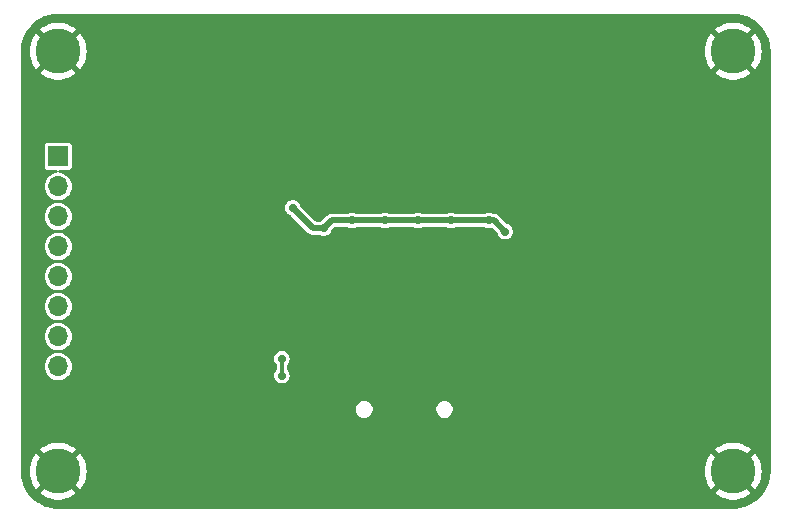
<source format=gbr>
%TF.GenerationSoftware,KiCad,Pcbnew,7.0.6*%
%TF.CreationDate,2024-07-23T19:19:19+03:00*%
%TF.ProjectId,bus_input_card,6275735f-696e-4707-9574-5f636172642e,rev?*%
%TF.SameCoordinates,Original*%
%TF.FileFunction,Copper,L2,Bot*%
%TF.FilePolarity,Positive*%
%FSLAX46Y46*%
G04 Gerber Fmt 4.6, Leading zero omitted, Abs format (unit mm)*
G04 Created by KiCad (PCBNEW 7.0.6) date 2024-07-23 19:19:19*
%MOMM*%
%LPD*%
G01*
G04 APERTURE LIST*
%TA.AperFunction,ComponentPad*%
%ADD10R,1.700000X1.700000*%
%TD*%
%TA.AperFunction,ComponentPad*%
%ADD11O,1.700000X1.700000*%
%TD*%
%TA.AperFunction,ComponentPad*%
%ADD12C,3.800000*%
%TD*%
%TA.AperFunction,ViaPad*%
%ADD13C,0.800000*%
%TD*%
%TA.AperFunction,ViaPad*%
%ADD14C,0.700000*%
%TD*%
%TA.AperFunction,Conductor*%
%ADD15C,0.500000*%
%TD*%
%TA.AperFunction,Conductor*%
%ADD16C,0.300000*%
%TD*%
G04 APERTURE END LIST*
D10*
%TO.P,J2,1,Pin_1*%
%TO.N,Net-(D9-A)*%
X120387374Y-86588875D03*
D11*
%TO.P,J2,2,Pin_2*%
%TO.N,Net-(D8-A)*%
X120387374Y-89128875D03*
%TO.P,J2,3,Pin_3*%
%TO.N,Net-(D7-A)*%
X120387374Y-91668875D03*
%TO.P,J2,4,Pin_4*%
%TO.N,Net-(D6-A)*%
X120387374Y-94208875D03*
%TO.P,J2,5,Pin_5*%
%TO.N,Net-(D5-A)*%
X120387374Y-96748875D03*
%TO.P,J2,6,Pin_6*%
%TO.N,Net-(D4-A)*%
X120387374Y-99288875D03*
%TO.P,J2,7,Pin_7*%
%TO.N,Net-(D3-A)*%
X120387374Y-101828875D03*
%TO.P,J2,8,Pin_8*%
%TO.N,Net-(D2-A)*%
X120387374Y-104368875D03*
%TD*%
D12*
%TO.P,H2,1,1*%
%TO.N,GND*%
X120374451Y-113243875D03*
%TD*%
%TO.P,H1,1,1*%
%TO.N,GND*%
X120374451Y-77683875D03*
%TD*%
%TO.P,H4,1,1*%
%TO.N,GND*%
X177524451Y-113243875D03*
%TD*%
%TO.P,H3,1,1*%
%TO.N,GND*%
X177524451Y-77683875D03*
%TD*%
D13*
%TO.N,GND*%
X126927651Y-83393875D03*
D14*
X143340802Y-105670870D03*
D13*
X126927651Y-97191075D03*
D14*
X165332451Y-96479875D03*
X146371351Y-81830500D03*
X172698451Y-92720675D03*
D13*
X126927651Y-86842446D03*
X126927651Y-93739588D03*
X126927651Y-100594675D03*
X126927651Y-90291017D03*
D14*
X173714451Y-87183475D03*
X148894800Y-81830500D03*
X155194000Y-101142800D03*
X169574251Y-101229675D03*
X152704800Y-81830500D03*
D13*
X126927651Y-103541075D03*
X126927651Y-106258875D03*
D14*
X151434800Y-81830500D03*
X168634451Y-87894675D03*
X145561963Y-101315163D03*
X169244051Y-85938875D03*
X147624800Y-81830500D03*
X169629900Y-89699480D03*
X172647651Y-98232475D03*
X150164800Y-81830500D03*
X153974800Y-81830500D03*
X154228800Y-101752400D03*
X145101351Y-81830500D03*
%TO.N,VCC*%
X148056600Y-92009475D03*
X158220451Y-92949275D03*
X142872761Y-92665707D03*
X140245100Y-90942675D03*
X145266451Y-92009475D03*
X156870400Y-92009475D03*
X150850600Y-92005624D03*
X153644600Y-92005624D03*
%TO.N,Net-(D2-A)*%
X139328419Y-105148113D03*
X139328419Y-103712037D03*
%TD*%
D15*
%TO.N,VCC*%
X156870400Y-92009475D02*
X157280651Y-92009475D01*
X157280651Y-92009475D02*
X158220451Y-92949275D01*
X143528993Y-92009475D02*
X142872761Y-92665707D01*
X147425451Y-92009475D02*
X145266451Y-92009475D01*
X145266451Y-92009475D02*
X143528993Y-92009475D01*
X147425451Y-92009475D02*
X156870400Y-92009475D01*
X148035051Y-92009475D02*
X147425451Y-92009475D01*
X141968132Y-92665707D02*
X142872761Y-92665707D01*
X140245100Y-90942675D02*
X141968132Y-92665707D01*
D16*
%TO.N,Net-(D2-A)*%
X139327972Y-103712037D02*
X139327972Y-105147666D01*
%TD*%
%TA.AperFunction,Conductor*%
%TO.N,GND*%
G36*
X177596048Y-74513203D02*
G01*
X177599090Y-74513285D01*
X177650852Y-74515997D01*
X177705448Y-74519073D01*
X177861147Y-74527848D01*
X177867350Y-74528513D01*
X178018752Y-74552490D01*
X178201121Y-74583474D01*
X178206759Y-74584706D01*
X178362325Y-74626388D01*
X178532985Y-74675552D01*
X178538028Y-74677243D01*
X178691515Y-74736158D01*
X178852950Y-74803024D01*
X178857348Y-74805052D01*
X179005461Y-74880516D01*
X179157228Y-74964393D01*
X179160979Y-74966644D01*
X179301318Y-75057779D01*
X179442257Y-75157778D01*
X179445357Y-75160129D01*
X179574784Y-75264934D01*
X179577052Y-75266864D01*
X179704694Y-75380929D01*
X179707221Y-75383319D01*
X179825038Y-75501132D01*
X179827417Y-75503649D01*
X179941479Y-75631281D01*
X179943423Y-75633565D01*
X180048210Y-75762966D01*
X180050592Y-75766106D01*
X180150579Y-75907020D01*
X180241711Y-76047348D01*
X180243978Y-76051126D01*
X180327853Y-76202882D01*
X180403311Y-76350975D01*
X180405350Y-76355397D01*
X180472218Y-76516826D01*
X180531131Y-76670298D01*
X180532826Y-76675354D01*
X180581991Y-76846002D01*
X180623676Y-77001567D01*
X180624913Y-77007230D01*
X180655897Y-77189572D01*
X180679872Y-77340938D01*
X180680538Y-77347164D01*
X180693071Y-77570287D01*
X180698866Y-77680841D01*
X180698951Y-77684087D01*
X180698951Y-113242252D01*
X180698866Y-113245497D01*
X180691835Y-113379663D01*
X180680621Y-113579624D01*
X180679955Y-113585855D01*
X180654468Y-113746774D01*
X180625123Y-113919495D01*
X180623885Y-113925160D01*
X180580579Y-114086785D01*
X180533174Y-114251327D01*
X180531479Y-114256383D01*
X180470818Y-114414413D01*
X180405865Y-114571224D01*
X180403827Y-114575647D01*
X180326477Y-114727456D01*
X180244680Y-114875454D01*
X180242413Y-114879232D01*
X180149238Y-115022707D01*
X180051518Y-115160430D01*
X180049135Y-115163571D01*
X179942109Y-115295737D01*
X179940156Y-115298033D01*
X179828634Y-115422826D01*
X179826244Y-115425354D01*
X179705946Y-115545651D01*
X179703418Y-115548041D01*
X179578588Y-115659595D01*
X179576292Y-115661549D01*
X179444160Y-115768546D01*
X179441019Y-115770928D01*
X179303281Y-115868657D01*
X179159794Y-115961835D01*
X179156016Y-115964102D01*
X179008039Y-116045885D01*
X178856233Y-116123232D01*
X178851811Y-116125270D01*
X178694984Y-116190230D01*
X178536964Y-116250886D01*
X178531906Y-116252582D01*
X178367342Y-116299990D01*
X178205740Y-116343289D01*
X178200075Y-116344526D01*
X178027287Y-116373882D01*
X177866425Y-116399357D01*
X177860198Y-116400023D01*
X177664068Y-116411036D01*
X177525610Y-116418290D01*
X177522366Y-116418375D01*
X120376076Y-116418375D01*
X120372830Y-116418290D01*
X120233288Y-116410974D01*
X120039173Y-116400110D01*
X120032935Y-116399443D01*
X119867163Y-116373186D01*
X119699347Y-116344669D01*
X119693683Y-116343432D01*
X119528969Y-116299294D01*
X119428117Y-116270238D01*
X119367548Y-116252787D01*
X119362509Y-116251097D01*
X119306399Y-116229558D01*
X119202157Y-116189541D01*
X119047684Y-116125553D01*
X119043261Y-116123515D01*
X118889575Y-116045206D01*
X118743481Y-115964460D01*
X118739724Y-115962205D01*
X118638613Y-115896541D01*
X118594631Y-115867978D01*
X118458539Y-115771413D01*
X118455398Y-115769030D01*
X118321836Y-115660870D01*
X118319540Y-115658917D01*
X118196172Y-115548667D01*
X118193645Y-115546277D01*
X118072075Y-115424705D01*
X118069685Y-115422177D01*
X117959426Y-115298793D01*
X117957473Y-115296498D01*
X117849325Y-115162945D01*
X117846951Y-115159815D01*
X117801364Y-115095564D01*
X117750373Y-115023697D01*
X117719225Y-114975733D01*
X117656138Y-114878585D01*
X117653910Y-114874870D01*
X117573156Y-114728753D01*
X117572495Y-114727456D01*
X117494843Y-114575052D01*
X117492824Y-114570672D01*
X117428840Y-114416199D01*
X117367274Y-114255810D01*
X117365589Y-114250784D01*
X117319098Y-114089407D01*
X117274949Y-113924635D01*
X117273716Y-113918993D01*
X117245201Y-113751164D01*
X117218940Y-113585350D01*
X117218276Y-113579134D01*
X117208041Y-113396862D01*
X117200036Y-113244076D01*
X117200031Y-113243880D01*
X117969706Y-113243880D01*
X117988666Y-113545258D01*
X117988667Y-113545265D01*
X118045256Y-113841915D01*
X118138576Y-114129122D01*
X118138578Y-114129127D01*
X118267155Y-114402366D01*
X118267158Y-114402372D01*
X118428964Y-114657339D01*
X118509763Y-114755008D01*
X119438662Y-113826110D01*
X119539345Y-113967499D01*
X119691383Y-114112467D01*
X119793673Y-114178204D01*
X118861015Y-115110861D01*
X119085925Y-115274268D01*
X119085936Y-115274275D01*
X119350560Y-115419753D01*
X119350568Y-115419757D01*
X119631340Y-115530922D01*
X119631343Y-115530923D01*
X119923850Y-115606025D01*
X120223446Y-115643874D01*
X120223458Y-115643875D01*
X120525444Y-115643875D01*
X120525455Y-115643874D01*
X120825051Y-115606025D01*
X121117558Y-115530923D01*
X121117561Y-115530922D01*
X121398333Y-115419757D01*
X121398341Y-115419753D01*
X121662965Y-115274275D01*
X121662976Y-115274268D01*
X121887884Y-115110861D01*
X121887885Y-115110861D01*
X120957757Y-114180734D01*
X120971861Y-114173464D01*
X121136991Y-114043604D01*
X121274561Y-113884840D01*
X121309116Y-113824987D01*
X122239137Y-114755008D01*
X122319934Y-114657344D01*
X122481743Y-114402372D01*
X122481746Y-114402366D01*
X122610323Y-114129127D01*
X122610325Y-114129122D01*
X122703645Y-113841915D01*
X122760234Y-113545265D01*
X122760235Y-113545258D01*
X122779196Y-113243880D01*
X175119706Y-113243880D01*
X175138666Y-113545258D01*
X175138667Y-113545265D01*
X175195256Y-113841915D01*
X175288576Y-114129122D01*
X175288578Y-114129127D01*
X175417155Y-114402366D01*
X175417158Y-114402372D01*
X175578964Y-114657339D01*
X175659763Y-114755008D01*
X176588662Y-113826110D01*
X176689345Y-113967499D01*
X176841383Y-114112467D01*
X176943673Y-114178204D01*
X176011015Y-115110861D01*
X176235925Y-115274268D01*
X176235936Y-115274275D01*
X176500560Y-115419753D01*
X176500568Y-115419757D01*
X176781340Y-115530922D01*
X176781343Y-115530923D01*
X177073850Y-115606025D01*
X177373446Y-115643874D01*
X177373458Y-115643875D01*
X177675444Y-115643875D01*
X177675455Y-115643874D01*
X177975051Y-115606025D01*
X178267558Y-115530923D01*
X178267561Y-115530922D01*
X178548333Y-115419757D01*
X178548341Y-115419753D01*
X178812965Y-115274275D01*
X178812976Y-115274268D01*
X179037884Y-115110861D01*
X179037885Y-115110861D01*
X178107757Y-114180734D01*
X178121861Y-114173464D01*
X178286991Y-114043604D01*
X178424561Y-113884840D01*
X178459116Y-113824987D01*
X179389137Y-114755008D01*
X179469934Y-114657344D01*
X179631743Y-114402372D01*
X179631746Y-114402366D01*
X179760323Y-114129127D01*
X179760325Y-114129122D01*
X179853645Y-113841915D01*
X179910234Y-113545265D01*
X179910235Y-113545258D01*
X179929196Y-113243880D01*
X179929196Y-113243869D01*
X179910235Y-112942491D01*
X179910234Y-112942484D01*
X179853645Y-112645834D01*
X179760325Y-112358627D01*
X179760323Y-112358622D01*
X179631746Y-112085383D01*
X179631743Y-112085377D01*
X179469937Y-111830410D01*
X179389136Y-111732739D01*
X178460238Y-112661637D01*
X178359557Y-112520251D01*
X178207519Y-112375283D01*
X178105228Y-112309544D01*
X179037885Y-111376887D01*
X178812981Y-111213484D01*
X178812971Y-111213477D01*
X178548341Y-111067996D01*
X178548333Y-111067992D01*
X178267561Y-110956827D01*
X178267558Y-110956826D01*
X177975051Y-110881724D01*
X177675455Y-110843875D01*
X177373446Y-110843875D01*
X177073850Y-110881724D01*
X176781343Y-110956826D01*
X176781340Y-110956827D01*
X176500568Y-111067992D01*
X176500560Y-111067996D01*
X176235930Y-111213477D01*
X176235912Y-111213489D01*
X176011016Y-111376885D01*
X176011015Y-111376887D01*
X176941144Y-112307015D01*
X176927041Y-112314286D01*
X176761911Y-112444146D01*
X176624341Y-112602910D01*
X176589785Y-112662761D01*
X175659763Y-111732739D01*
X175578967Y-111830405D01*
X175417158Y-112085377D01*
X175417155Y-112085383D01*
X175288578Y-112358622D01*
X175288576Y-112358627D01*
X175195256Y-112645834D01*
X175138667Y-112942484D01*
X175138666Y-112942491D01*
X175119706Y-113243869D01*
X175119706Y-113243880D01*
X122779196Y-113243880D01*
X122779196Y-113243869D01*
X122760235Y-112942491D01*
X122760234Y-112942484D01*
X122703645Y-112645834D01*
X122610325Y-112358627D01*
X122610323Y-112358622D01*
X122481746Y-112085383D01*
X122481743Y-112085377D01*
X122319937Y-111830410D01*
X122239136Y-111732739D01*
X121310238Y-112661638D01*
X121209557Y-112520251D01*
X121057519Y-112375283D01*
X120955228Y-112309544D01*
X121887885Y-111376887D01*
X121662981Y-111213484D01*
X121662971Y-111213477D01*
X121398341Y-111067996D01*
X121398333Y-111067992D01*
X121117561Y-110956827D01*
X121117558Y-110956826D01*
X120825051Y-110881724D01*
X120525455Y-110843875D01*
X120223446Y-110843875D01*
X119923850Y-110881724D01*
X119631343Y-110956826D01*
X119631340Y-110956827D01*
X119350568Y-111067992D01*
X119350560Y-111067996D01*
X119085930Y-111213477D01*
X119085912Y-111213489D01*
X118861016Y-111376885D01*
X118861015Y-111376887D01*
X119791144Y-112307015D01*
X119777041Y-112314286D01*
X119611911Y-112444146D01*
X119474341Y-112602910D01*
X119439785Y-112662761D01*
X118509763Y-111732739D01*
X118428967Y-111830405D01*
X118267158Y-112085377D01*
X118267155Y-112085383D01*
X118138578Y-112358622D01*
X118138576Y-112358627D01*
X118045256Y-112645834D01*
X117988667Y-112942484D01*
X117988666Y-112942491D01*
X117969706Y-113243869D01*
X117969706Y-113243880D01*
X117200031Y-113243880D01*
X117199951Y-113240832D01*
X117199951Y-108095480D01*
X145578744Y-108095480D01*
X145620034Y-108263003D01*
X145620035Y-108263006D01*
X145620036Y-108263007D01*
X145700220Y-108415784D01*
X145814635Y-108544933D01*
X145956630Y-108642945D01*
X145956631Y-108642945D01*
X145956633Y-108642947D01*
X146117960Y-108704130D01*
X146117961Y-108704131D01*
X146246265Y-108719710D01*
X146246269Y-108719710D01*
X146332223Y-108719710D01*
X146434865Y-108707246D01*
X146460527Y-108704131D01*
X146621855Y-108642947D01*
X146763853Y-108544933D01*
X146878268Y-108415784D01*
X146958452Y-108263007D01*
X146999744Y-108095480D01*
X152378744Y-108095480D01*
X152420034Y-108263003D01*
X152420035Y-108263006D01*
X152420036Y-108263007D01*
X152500220Y-108415784D01*
X152614635Y-108544933D01*
X152756630Y-108642945D01*
X152756631Y-108642945D01*
X152756633Y-108642947D01*
X152917960Y-108704130D01*
X152917961Y-108704131D01*
X153046265Y-108719710D01*
X153046269Y-108719710D01*
X153132223Y-108719710D01*
X153234865Y-108707246D01*
X153260527Y-108704131D01*
X153421855Y-108642947D01*
X153563853Y-108544933D01*
X153678268Y-108415784D01*
X153758452Y-108263007D01*
X153799744Y-108095480D01*
X153799744Y-107922940D01*
X153758452Y-107755413D01*
X153678268Y-107602636D01*
X153563853Y-107473487D01*
X153421856Y-107375474D01*
X153421858Y-107375474D01*
X153260526Y-107314288D01*
X153132223Y-107298710D01*
X153132219Y-107298710D01*
X153046269Y-107298710D01*
X153046265Y-107298710D01*
X152917961Y-107314288D01*
X152756630Y-107375474D01*
X152614636Y-107473486D01*
X152500220Y-107602635D01*
X152420034Y-107755416D01*
X152378744Y-107922939D01*
X152378744Y-108095480D01*
X146999744Y-108095480D01*
X146999744Y-107922940D01*
X146958452Y-107755413D01*
X146878268Y-107602636D01*
X146763853Y-107473487D01*
X146621856Y-107375474D01*
X146621858Y-107375474D01*
X146460526Y-107314288D01*
X146332223Y-107298710D01*
X146332219Y-107298710D01*
X146246269Y-107298710D01*
X146246265Y-107298710D01*
X146117961Y-107314288D01*
X145956630Y-107375474D01*
X145814636Y-107473486D01*
X145700220Y-107602635D01*
X145620034Y-107755416D01*
X145578744Y-107922939D01*
X145578744Y-108095480D01*
X117199951Y-108095480D01*
X117199951Y-104368875D01*
X119231945Y-104368875D01*
X119251618Y-104581185D01*
X119309970Y-104786267D01*
X119309970Y-104786269D01*
X119405006Y-104977128D01*
X119405008Y-104977130D01*
X119533502Y-105147282D01*
X119691072Y-105290927D01*
X119872355Y-105403173D01*
X120071176Y-105480196D01*
X120280764Y-105519375D01*
X120280766Y-105519375D01*
X120493982Y-105519375D01*
X120493984Y-105519375D01*
X120703572Y-105480196D01*
X120902393Y-105403173D01*
X121083676Y-105290927D01*
X121240334Y-105148113D01*
X138673141Y-105148113D01*
X138692181Y-105304931D01*
X138729440Y-105403173D01*
X138748199Y-105452636D01*
X138837936Y-105582643D01*
X138956179Y-105687396D01*
X138956181Y-105687397D01*
X139096053Y-105760809D01*
X139249433Y-105798613D01*
X139249434Y-105798613D01*
X139407404Y-105798613D01*
X139560784Y-105760809D01*
X139700659Y-105687396D01*
X139818902Y-105582643D01*
X139908639Y-105452636D01*
X139964656Y-105304931D01*
X139983697Y-105148113D01*
X139964656Y-104991295D01*
X139908639Y-104843590D01*
X139818902Y-104713583D01*
X139818898Y-104713579D01*
X139813928Y-104707969D01*
X139815244Y-104706802D01*
X139783117Y-104655578D01*
X139778472Y-104621957D01*
X139778472Y-104238192D01*
X139798157Y-104171153D01*
X139814204Y-104152427D01*
X139813928Y-104152182D01*
X139818900Y-104146569D01*
X139818900Y-104146568D01*
X139818902Y-104146567D01*
X139908639Y-104016560D01*
X139964656Y-103868855D01*
X139983697Y-103712037D01*
X139964656Y-103555219D01*
X139908639Y-103407514D01*
X139818902Y-103277507D01*
X139700659Y-103172754D01*
X139700657Y-103172753D01*
X139700656Y-103172752D01*
X139560784Y-103099340D01*
X139407405Y-103061537D01*
X139407404Y-103061537D01*
X139249434Y-103061537D01*
X139249433Y-103061537D01*
X139096053Y-103099340D01*
X138956181Y-103172752D01*
X138837935Y-103277508D01*
X138748200Y-103407512D01*
X138748199Y-103407513D01*
X138692181Y-103555218D01*
X138673141Y-103712036D01*
X138673141Y-103712037D01*
X138692181Y-103868855D01*
X138748199Y-104016560D01*
X138748200Y-104016561D01*
X138837937Y-104146569D01*
X138842910Y-104152182D01*
X138841335Y-104153576D01*
X138872821Y-104203759D01*
X138877472Y-104237400D01*
X138877472Y-104622749D01*
X138857787Y-104689788D01*
X138842511Y-104707616D01*
X138842910Y-104707969D01*
X138837934Y-104713585D01*
X138748200Y-104843588D01*
X138748199Y-104843589D01*
X138692181Y-104991294D01*
X138673141Y-105148112D01*
X138673141Y-105148113D01*
X121240334Y-105148113D01*
X121241246Y-105147282D01*
X121369740Y-104977130D01*
X121369741Y-104977128D01*
X121464777Y-104786269D01*
X121464777Y-104786268D01*
X121464779Y-104786264D01*
X121523130Y-104581185D01*
X121542803Y-104368875D01*
X121523130Y-104156565D01*
X121464779Y-103951486D01*
X121464777Y-103951481D01*
X121464777Y-103951480D01*
X121369741Y-103760621D01*
X121241246Y-103590468D01*
X121202579Y-103555218D01*
X121083676Y-103446823D01*
X120902393Y-103334577D01*
X120902391Y-103334576D01*
X120802982Y-103296065D01*
X120703572Y-103257554D01*
X120506759Y-103220763D01*
X120444480Y-103189096D01*
X120409207Y-103128783D01*
X120412141Y-103058975D01*
X120452350Y-103001835D01*
X120506758Y-102976986D01*
X120703572Y-102940196D01*
X120902393Y-102863173D01*
X121083676Y-102750927D01*
X121241246Y-102607282D01*
X121369740Y-102437130D01*
X121464779Y-102246264D01*
X121523130Y-102041185D01*
X121542803Y-101828875D01*
X121523130Y-101616565D01*
X121464779Y-101411486D01*
X121464777Y-101411481D01*
X121464777Y-101411480D01*
X121369741Y-101220621D01*
X121241246Y-101050468D01*
X121083676Y-100906823D01*
X120902393Y-100794577D01*
X120902391Y-100794576D01*
X120802982Y-100756065D01*
X120703572Y-100717554D01*
X120506759Y-100680763D01*
X120444480Y-100649096D01*
X120409207Y-100588783D01*
X120412141Y-100518975D01*
X120452350Y-100461835D01*
X120506758Y-100436986D01*
X120703572Y-100400196D01*
X120902393Y-100323173D01*
X121083676Y-100210927D01*
X121241246Y-100067282D01*
X121369740Y-99897130D01*
X121464779Y-99706264D01*
X121523130Y-99501185D01*
X121542803Y-99288875D01*
X121523130Y-99076565D01*
X121464779Y-98871486D01*
X121464777Y-98871481D01*
X121464777Y-98871480D01*
X121369741Y-98680621D01*
X121241246Y-98510468D01*
X121241245Y-98510468D01*
X121083676Y-98366823D01*
X120902393Y-98254577D01*
X120902391Y-98254576D01*
X120802982Y-98216065D01*
X120703572Y-98177554D01*
X120506759Y-98140763D01*
X120444480Y-98109096D01*
X120409207Y-98048783D01*
X120412141Y-97978975D01*
X120452350Y-97921835D01*
X120506758Y-97896986D01*
X120703572Y-97860196D01*
X120902393Y-97783173D01*
X121083676Y-97670927D01*
X121241246Y-97527282D01*
X121369740Y-97357130D01*
X121464779Y-97166264D01*
X121523130Y-96961185D01*
X121542803Y-96748875D01*
X121523130Y-96536565D01*
X121464779Y-96331486D01*
X121464777Y-96331481D01*
X121464777Y-96331480D01*
X121369741Y-96140621D01*
X121241246Y-95970468D01*
X121241245Y-95970467D01*
X121083676Y-95826823D01*
X120902393Y-95714577D01*
X120902391Y-95714576D01*
X120802982Y-95676065D01*
X120703572Y-95637554D01*
X120506759Y-95600763D01*
X120444480Y-95569096D01*
X120409207Y-95508783D01*
X120412141Y-95438975D01*
X120452350Y-95381835D01*
X120506758Y-95356986D01*
X120703572Y-95320196D01*
X120902393Y-95243173D01*
X121083676Y-95130927D01*
X121241246Y-94987282D01*
X121369740Y-94817130D01*
X121464779Y-94626264D01*
X121523130Y-94421185D01*
X121542803Y-94208875D01*
X121523130Y-93996565D01*
X121464779Y-93791486D01*
X121464777Y-93791481D01*
X121464777Y-93791480D01*
X121369741Y-93600621D01*
X121241246Y-93430468D01*
X121115908Y-93316207D01*
X121083676Y-93286823D01*
X120902393Y-93174577D01*
X120902391Y-93174576D01*
X120729434Y-93107573D01*
X120703572Y-93097554D01*
X120506759Y-93060763D01*
X120444480Y-93029096D01*
X120409207Y-92968783D01*
X120412141Y-92898975D01*
X120452350Y-92841835D01*
X120506758Y-92816986D01*
X120703572Y-92780196D01*
X120902393Y-92703173D01*
X121083676Y-92590927D01*
X121241246Y-92447282D01*
X121369740Y-92277130D01*
X121369741Y-92277128D01*
X121464777Y-92086269D01*
X121464777Y-92086268D01*
X121464779Y-92086264D01*
X121523130Y-91881185D01*
X121542803Y-91668875D01*
X121523130Y-91456565D01*
X121464779Y-91251486D01*
X121464777Y-91251481D01*
X121464777Y-91251480D01*
X121369741Y-91060621D01*
X121280671Y-90942675D01*
X139589822Y-90942675D01*
X139608862Y-91099493D01*
X139664880Y-91247197D01*
X139664880Y-91247198D01*
X139754617Y-91377205D01*
X139872860Y-91481958D01*
X140012735Y-91555371D01*
X140067469Y-91568861D01*
X140125477Y-91601577D01*
X141572211Y-93048310D01*
X141617452Y-93096751D01*
X141635249Y-93107573D01*
X141655272Y-93119749D01*
X141660511Y-93123314D01*
X141695790Y-93150068D01*
X141712485Y-93156651D01*
X141731422Y-93166058D01*
X141746750Y-93175379D01*
X141789379Y-93187323D01*
X141795395Y-93189346D01*
X141836568Y-93205583D01*
X141854419Y-93207418D01*
X141875184Y-93211364D01*
X141892467Y-93216207D01*
X141936726Y-93216207D01*
X141943067Y-93216531D01*
X141987104Y-93221059D01*
X142004787Y-93218010D01*
X142025856Y-93216207D01*
X142491330Y-93216207D01*
X142548955Y-93230410D01*
X142640396Y-93278403D01*
X142717085Y-93297304D01*
X142793775Y-93316207D01*
X142793776Y-93316207D01*
X142951746Y-93316207D01*
X143105126Y-93278403D01*
X143152006Y-93253798D01*
X143245001Y-93204990D01*
X143363244Y-93100237D01*
X143452981Y-92970230D01*
X143508438Y-92824001D01*
X143536696Y-92780295D01*
X143720698Y-92596293D01*
X143782021Y-92562809D01*
X143808379Y-92559975D01*
X144885020Y-92559975D01*
X144942645Y-92574178D01*
X145034086Y-92622171D01*
X145092316Y-92636523D01*
X145187465Y-92659975D01*
X145187466Y-92659975D01*
X145345436Y-92659975D01*
X145498816Y-92622171D01*
X145590256Y-92574178D01*
X145647882Y-92559975D01*
X147349786Y-92559975D01*
X147675169Y-92559975D01*
X147732794Y-92574178D01*
X147824235Y-92622171D01*
X147882465Y-92636523D01*
X147977614Y-92659975D01*
X147977615Y-92659975D01*
X148135585Y-92659975D01*
X148288965Y-92622171D01*
X148380405Y-92574178D01*
X148438031Y-92559975D01*
X150476506Y-92559975D01*
X150534132Y-92574179D01*
X150618235Y-92618320D01*
X150692089Y-92636523D01*
X150771614Y-92656124D01*
X150771615Y-92656124D01*
X150929585Y-92656124D01*
X151082965Y-92618320D01*
X151167067Y-92574179D01*
X151224694Y-92559975D01*
X153270506Y-92559975D01*
X153328132Y-92574179D01*
X153412235Y-92618320D01*
X153486089Y-92636523D01*
X153565614Y-92656124D01*
X153565615Y-92656124D01*
X153723585Y-92656124D01*
X153876965Y-92618320D01*
X153961067Y-92574179D01*
X154018694Y-92559975D01*
X156488969Y-92559975D01*
X156546594Y-92574178D01*
X156638035Y-92622171D01*
X156696265Y-92636523D01*
X156791414Y-92659975D01*
X156791415Y-92659975D01*
X156949385Y-92659975D01*
X157044535Y-92636523D01*
X157114336Y-92639592D01*
X157161890Y-92669239D01*
X157556514Y-93063863D01*
X157584775Y-93107573D01*
X157622641Y-93207417D01*
X157640231Y-93253798D01*
X157729968Y-93383805D01*
X157848211Y-93488558D01*
X157848213Y-93488559D01*
X157988085Y-93561971D01*
X158141465Y-93599775D01*
X158141466Y-93599775D01*
X158299436Y-93599775D01*
X158452816Y-93561971D01*
X158452816Y-93561970D01*
X158592691Y-93488558D01*
X158710934Y-93383805D01*
X158800671Y-93253798D01*
X158856688Y-93106093D01*
X158875729Y-92949275D01*
X158863512Y-92848654D01*
X158856688Y-92792456D01*
X158822827Y-92703172D01*
X158800671Y-92644752D01*
X158710934Y-92514745D01*
X158592691Y-92409992D01*
X158592689Y-92409991D01*
X158592688Y-92409990D01*
X158452818Y-92336579D01*
X158398077Y-92323087D01*
X158340072Y-92290371D01*
X157676557Y-91626856D01*
X157676556Y-91626856D01*
X157631331Y-91578431D01*
X157612049Y-91566705D01*
X157593512Y-91555432D01*
X157588261Y-91551858D01*
X157552992Y-91525113D01*
X157552993Y-91525113D01*
X157536293Y-91518527D01*
X157517367Y-91509127D01*
X157502031Y-91499802D01*
X157459409Y-91487859D01*
X157453391Y-91485835D01*
X157412216Y-91469599D01*
X157412207Y-91469597D01*
X157394367Y-91467763D01*
X157373602Y-91463817D01*
X157356320Y-91458975D01*
X157356316Y-91458975D01*
X157312057Y-91458975D01*
X157305715Y-91458650D01*
X157278078Y-91455808D01*
X157261680Y-91454123D01*
X157261679Y-91454123D01*
X157261678Y-91454123D01*
X157253201Y-91454413D01*
X157253117Y-91451967D01*
X157196317Y-91445402D01*
X157187057Y-91441019D01*
X157102765Y-91396778D01*
X156949386Y-91358975D01*
X156949385Y-91358975D01*
X156791415Y-91358975D01*
X156791414Y-91358975D01*
X156638036Y-91396778D01*
X156592163Y-91420854D01*
X156546594Y-91444771D01*
X156488969Y-91458975D01*
X154033368Y-91458975D01*
X153975742Y-91444771D01*
X153876965Y-91392928D01*
X153876964Y-91392927D01*
X153876963Y-91392927D01*
X153723586Y-91355124D01*
X153723585Y-91355124D01*
X153565615Y-91355124D01*
X153565614Y-91355124D01*
X153412236Y-91392927D01*
X153364774Y-91417837D01*
X153313457Y-91444771D01*
X153255832Y-91458975D01*
X151239368Y-91458975D01*
X151181742Y-91444771D01*
X151082965Y-91392928D01*
X151082964Y-91392927D01*
X151082963Y-91392927D01*
X150929586Y-91355124D01*
X150929585Y-91355124D01*
X150771615Y-91355124D01*
X150771614Y-91355124D01*
X150618236Y-91392927D01*
X150570774Y-91417837D01*
X150519457Y-91444771D01*
X150461832Y-91458975D01*
X148438031Y-91458975D01*
X148380405Y-91444771D01*
X148288965Y-91396779D01*
X148288964Y-91396778D01*
X148288963Y-91396778D01*
X148135586Y-91358975D01*
X148135585Y-91358975D01*
X147977615Y-91358975D01*
X147977614Y-91358975D01*
X147824236Y-91396778D01*
X147778363Y-91420854D01*
X147732794Y-91444771D01*
X147675169Y-91458975D01*
X145647882Y-91458975D01*
X145590256Y-91444771D01*
X145498816Y-91396779D01*
X145498815Y-91396778D01*
X145498814Y-91396778D01*
X145345437Y-91358975D01*
X145345436Y-91358975D01*
X145187466Y-91358975D01*
X145187465Y-91358975D01*
X145034087Y-91396778D01*
X144988214Y-91420854D01*
X144942645Y-91444771D01*
X144885020Y-91458975D01*
X143538390Y-91458975D01*
X143472167Y-91456713D01*
X143472166Y-91456713D01*
X143472164Y-91456713D01*
X143429163Y-91467192D01*
X143422923Y-91468377D01*
X143379072Y-91474405D01*
X143362609Y-91481556D01*
X143342568Y-91488295D01*
X143325143Y-91492541D01*
X143325138Y-91492543D01*
X143286560Y-91514233D01*
X143280874Y-91517057D01*
X143240272Y-91534695D01*
X143226350Y-91546021D01*
X143208876Y-91557913D01*
X143193239Y-91566705D01*
X143193232Y-91566710D01*
X143161932Y-91598010D01*
X143157218Y-91602264D01*
X143122884Y-91630197D01*
X143112534Y-91644860D01*
X143098913Y-91661029D01*
X142753138Y-92006803D01*
X142695133Y-92039518D01*
X142640399Y-92053009D01*
X142597048Y-92075761D01*
X142548955Y-92101003D01*
X142491330Y-92115207D01*
X142247518Y-92115207D01*
X142180479Y-92095522D01*
X142159837Y-92078888D01*
X141539599Y-91458650D01*
X140909037Y-90828087D01*
X140880776Y-90784377D01*
X140863167Y-90737949D01*
X140825320Y-90638152D01*
X140735583Y-90508145D01*
X140617340Y-90403392D01*
X140617338Y-90403391D01*
X140617337Y-90403390D01*
X140477465Y-90329978D01*
X140324086Y-90292175D01*
X140324085Y-90292175D01*
X140166115Y-90292175D01*
X140166114Y-90292175D01*
X140012734Y-90329978D01*
X139872862Y-90403390D01*
X139754616Y-90508146D01*
X139664881Y-90638150D01*
X139664880Y-90638151D01*
X139608862Y-90785856D01*
X139589822Y-90942674D01*
X139589822Y-90942675D01*
X121280671Y-90942675D01*
X121241246Y-90890468D01*
X121241245Y-90890467D01*
X121083676Y-90746823D01*
X120902393Y-90634577D01*
X120902391Y-90634576D01*
X120802982Y-90596065D01*
X120703572Y-90557554D01*
X120506759Y-90520763D01*
X120444480Y-90489096D01*
X120409207Y-90428783D01*
X120412141Y-90358975D01*
X120452350Y-90301835D01*
X120506758Y-90276986D01*
X120703572Y-90240196D01*
X120902393Y-90163173D01*
X121083676Y-90050927D01*
X121241246Y-89907282D01*
X121369740Y-89737130D01*
X121464779Y-89546264D01*
X121523130Y-89341185D01*
X121542803Y-89128875D01*
X121523130Y-88916565D01*
X121464779Y-88711486D01*
X121464777Y-88711481D01*
X121464777Y-88711480D01*
X121369741Y-88520621D01*
X121241246Y-88350468D01*
X121241245Y-88350467D01*
X121083676Y-88206823D01*
X120902393Y-88094577D01*
X120902391Y-88094576D01*
X120802982Y-88056065D01*
X120703572Y-88017554D01*
X120530830Y-87985262D01*
X120468550Y-87953594D01*
X120433277Y-87893282D01*
X120436211Y-87823474D01*
X120476420Y-87766334D01*
X120541138Y-87740003D01*
X120553607Y-87739374D01*
X121282238Y-87739374D01*
X121282253Y-87739372D01*
X121282256Y-87739372D01*
X121307361Y-87736461D01*
X121307362Y-87736460D01*
X121307365Y-87736460D01*
X121410139Y-87691081D01*
X121489580Y-87611640D01*
X121534959Y-87508866D01*
X121537874Y-87483740D01*
X121537873Y-85694011D01*
X121537871Y-85693992D01*
X121534960Y-85668887D01*
X121534959Y-85668885D01*
X121534959Y-85668884D01*
X121489580Y-85566110D01*
X121410139Y-85486669D01*
X121410138Y-85486668D01*
X121307366Y-85441290D01*
X121282239Y-85438375D01*
X119492517Y-85438375D01*
X119492491Y-85438377D01*
X119467386Y-85441288D01*
X119467382Y-85441290D01*
X119364609Y-85486668D01*
X119285168Y-85566109D01*
X119239789Y-85668881D01*
X119239789Y-85668883D01*
X119236874Y-85694006D01*
X119236874Y-87483731D01*
X119236876Y-87483757D01*
X119239787Y-87508862D01*
X119239789Y-87508866D01*
X119285167Y-87611639D01*
X119285168Y-87611639D01*
X119285168Y-87611640D01*
X119364609Y-87691081D01*
X119467383Y-87736460D01*
X119492509Y-87739375D01*
X120221132Y-87739374D01*
X120288169Y-87759058D01*
X120333924Y-87811862D01*
X120343868Y-87881021D01*
X120314843Y-87944577D01*
X120256065Y-87982351D01*
X120243916Y-87985263D01*
X120187490Y-87995810D01*
X120071176Y-88017554D01*
X120071174Y-88017554D01*
X120071172Y-88017555D01*
X119872356Y-88094576D01*
X119872354Y-88094577D01*
X119691073Y-88206822D01*
X119533501Y-88350468D01*
X119405006Y-88520621D01*
X119309970Y-88711480D01*
X119309970Y-88711482D01*
X119251618Y-88916564D01*
X119231945Y-89128874D01*
X119231945Y-89128875D01*
X119251618Y-89341185D01*
X119309970Y-89546267D01*
X119309970Y-89546269D01*
X119405006Y-89737128D01*
X119405008Y-89737130D01*
X119533502Y-89907282D01*
X119691072Y-90050927D01*
X119872355Y-90163173D01*
X120071176Y-90240196D01*
X120267987Y-90276986D01*
X120330267Y-90308654D01*
X120365540Y-90368967D01*
X120362606Y-90438775D01*
X120322397Y-90495915D01*
X120267987Y-90520763D01*
X120071176Y-90557554D01*
X120071173Y-90557554D01*
X120071173Y-90557555D01*
X119872356Y-90634576D01*
X119872354Y-90634577D01*
X119691073Y-90746822D01*
X119533501Y-90890468D01*
X119405006Y-91060621D01*
X119309970Y-91251480D01*
X119309970Y-91251482D01*
X119251618Y-91456564D01*
X119235839Y-91626856D01*
X119231945Y-91668875D01*
X119251618Y-91881185D01*
X119296668Y-92039518D01*
X119309970Y-92086267D01*
X119309970Y-92086269D01*
X119405006Y-92277128D01*
X119533501Y-92447281D01*
X119533502Y-92447282D01*
X119691072Y-92590927D01*
X119872355Y-92703173D01*
X120071176Y-92780196D01*
X120267987Y-92816986D01*
X120330267Y-92848654D01*
X120365540Y-92908967D01*
X120362606Y-92978775D01*
X120322397Y-93035915D01*
X120267987Y-93060763D01*
X120071176Y-93097554D01*
X120071173Y-93097554D01*
X120071173Y-93097555D01*
X119872356Y-93174576D01*
X119872354Y-93174577D01*
X119691073Y-93286822D01*
X119533501Y-93430468D01*
X119405006Y-93600621D01*
X119309970Y-93791480D01*
X119309970Y-93791482D01*
X119251618Y-93996564D01*
X119231945Y-94208874D01*
X119231945Y-94208875D01*
X119251618Y-94421185D01*
X119309970Y-94626267D01*
X119309970Y-94626269D01*
X119405006Y-94817128D01*
X119405008Y-94817130D01*
X119533502Y-94987282D01*
X119691072Y-95130927D01*
X119872355Y-95243173D01*
X120071176Y-95320196D01*
X120267987Y-95356986D01*
X120330267Y-95388654D01*
X120365540Y-95448967D01*
X120362606Y-95518775D01*
X120322397Y-95575915D01*
X120267987Y-95600763D01*
X120071176Y-95637554D01*
X120071173Y-95637554D01*
X120071173Y-95637555D01*
X119872356Y-95714576D01*
X119872354Y-95714577D01*
X119691073Y-95826822D01*
X119533501Y-95970468D01*
X119405006Y-96140621D01*
X119309970Y-96331480D01*
X119309970Y-96331482D01*
X119251618Y-96536564D01*
X119231945Y-96748874D01*
X119231945Y-96748875D01*
X119251618Y-96961185D01*
X119309970Y-97166267D01*
X119309970Y-97166269D01*
X119405006Y-97357128D01*
X119405008Y-97357130D01*
X119533502Y-97527282D01*
X119691072Y-97670927D01*
X119872355Y-97783173D01*
X120071176Y-97860196D01*
X120267987Y-97896986D01*
X120330267Y-97928654D01*
X120365540Y-97988967D01*
X120362606Y-98058775D01*
X120322397Y-98115915D01*
X120267987Y-98140763D01*
X120071176Y-98177554D01*
X120071173Y-98177554D01*
X120071173Y-98177555D01*
X119872356Y-98254576D01*
X119872354Y-98254577D01*
X119691073Y-98366822D01*
X119533501Y-98510468D01*
X119405006Y-98680621D01*
X119309970Y-98871480D01*
X119309970Y-98871482D01*
X119251618Y-99076564D01*
X119231945Y-99288874D01*
X119231945Y-99288875D01*
X119251618Y-99501185D01*
X119309970Y-99706267D01*
X119309970Y-99706269D01*
X119405006Y-99897128D01*
X119405008Y-99897130D01*
X119533502Y-100067282D01*
X119691072Y-100210927D01*
X119872355Y-100323173D01*
X120071176Y-100400196D01*
X120267987Y-100436986D01*
X120330267Y-100468654D01*
X120365540Y-100528967D01*
X120362606Y-100598775D01*
X120322397Y-100655915D01*
X120267987Y-100680763D01*
X120071176Y-100717554D01*
X120071173Y-100717554D01*
X120071173Y-100717555D01*
X119872356Y-100794576D01*
X119872354Y-100794577D01*
X119691073Y-100906822D01*
X119533501Y-101050468D01*
X119405006Y-101220621D01*
X119309970Y-101411480D01*
X119309970Y-101411482D01*
X119251618Y-101616564D01*
X119231945Y-101828874D01*
X119231945Y-101828875D01*
X119251618Y-102041185D01*
X119309970Y-102246267D01*
X119309970Y-102246269D01*
X119405006Y-102437128D01*
X119405008Y-102437130D01*
X119533502Y-102607282D01*
X119691072Y-102750927D01*
X119872355Y-102863173D01*
X120071176Y-102940196D01*
X120267987Y-102976986D01*
X120330267Y-103008654D01*
X120365540Y-103068967D01*
X120362606Y-103138775D01*
X120322397Y-103195915D01*
X120267987Y-103220763D01*
X120071176Y-103257554D01*
X120071173Y-103257554D01*
X120071173Y-103257555D01*
X119872356Y-103334576D01*
X119872354Y-103334577D01*
X119691073Y-103446822D01*
X119533501Y-103590468D01*
X119405006Y-103760621D01*
X119309970Y-103951480D01*
X119309970Y-103951482D01*
X119251618Y-104156564D01*
X119231945Y-104368874D01*
X119231945Y-104368875D01*
X117199951Y-104368875D01*
X117199951Y-77685497D01*
X117199993Y-77683880D01*
X117969706Y-77683880D01*
X117988666Y-77985258D01*
X117988667Y-77985265D01*
X118045256Y-78281915D01*
X118138576Y-78569122D01*
X118138578Y-78569127D01*
X118267155Y-78842366D01*
X118267158Y-78842372D01*
X118428964Y-79097339D01*
X118509763Y-79195008D01*
X119438662Y-78266110D01*
X119539345Y-78407499D01*
X119691383Y-78552467D01*
X119793673Y-78618204D01*
X118861015Y-79550861D01*
X119085925Y-79714268D01*
X119085936Y-79714275D01*
X119350560Y-79859753D01*
X119350568Y-79859757D01*
X119631340Y-79970922D01*
X119631343Y-79970923D01*
X119923850Y-80046025D01*
X120223446Y-80083874D01*
X120223458Y-80083875D01*
X120525444Y-80083875D01*
X120525455Y-80083874D01*
X120825051Y-80046025D01*
X121117558Y-79970923D01*
X121117561Y-79970922D01*
X121398333Y-79859757D01*
X121398341Y-79859753D01*
X121662965Y-79714275D01*
X121662976Y-79714268D01*
X121887884Y-79550861D01*
X121887885Y-79550861D01*
X120957757Y-78620734D01*
X120971861Y-78613464D01*
X121136991Y-78483604D01*
X121274561Y-78324840D01*
X121309116Y-78264987D01*
X122239137Y-79195008D01*
X122319934Y-79097344D01*
X122481743Y-78842372D01*
X122481746Y-78842366D01*
X122610323Y-78569127D01*
X122610325Y-78569122D01*
X122703645Y-78281915D01*
X122760234Y-77985265D01*
X122760235Y-77985258D01*
X122779196Y-77683880D01*
X175119706Y-77683880D01*
X175138666Y-77985258D01*
X175138667Y-77985265D01*
X175195256Y-78281915D01*
X175288576Y-78569122D01*
X175288578Y-78569127D01*
X175417155Y-78842366D01*
X175417158Y-78842372D01*
X175578964Y-79097339D01*
X175659763Y-79195008D01*
X176588662Y-78266110D01*
X176689345Y-78407499D01*
X176841383Y-78552467D01*
X176943673Y-78618204D01*
X176011015Y-79550861D01*
X176235925Y-79714268D01*
X176235936Y-79714275D01*
X176500560Y-79859753D01*
X176500568Y-79859757D01*
X176781340Y-79970922D01*
X176781343Y-79970923D01*
X177073850Y-80046025D01*
X177373446Y-80083874D01*
X177373458Y-80083875D01*
X177675444Y-80083875D01*
X177675455Y-80083874D01*
X177975051Y-80046025D01*
X178267558Y-79970923D01*
X178267561Y-79970922D01*
X178548333Y-79859757D01*
X178548341Y-79859753D01*
X178812965Y-79714275D01*
X178812976Y-79714268D01*
X179037884Y-79550861D01*
X179037885Y-79550861D01*
X178107757Y-78620734D01*
X178121861Y-78613464D01*
X178286991Y-78483604D01*
X178424561Y-78324840D01*
X178459116Y-78264987D01*
X179389137Y-79195008D01*
X179469934Y-79097344D01*
X179631743Y-78842372D01*
X179631746Y-78842366D01*
X179760323Y-78569127D01*
X179760325Y-78569122D01*
X179853645Y-78281915D01*
X179910234Y-77985265D01*
X179910235Y-77985258D01*
X179929196Y-77683880D01*
X179929196Y-77683869D01*
X179910235Y-77382491D01*
X179910234Y-77382484D01*
X179853645Y-77085834D01*
X179760325Y-76798627D01*
X179760323Y-76798622D01*
X179631746Y-76525383D01*
X179631743Y-76525377D01*
X179469937Y-76270410D01*
X179389136Y-76172739D01*
X178460238Y-77101637D01*
X178359557Y-76960251D01*
X178207519Y-76815283D01*
X178105228Y-76749544D01*
X179037885Y-75816887D01*
X178812981Y-75653484D01*
X178812971Y-75653477D01*
X178548341Y-75507996D01*
X178548333Y-75507992D01*
X178267561Y-75396827D01*
X178267558Y-75396826D01*
X177975051Y-75321724D01*
X177675455Y-75283875D01*
X177373446Y-75283875D01*
X177073850Y-75321724D01*
X176781343Y-75396826D01*
X176781340Y-75396827D01*
X176500568Y-75507992D01*
X176500560Y-75507996D01*
X176235930Y-75653477D01*
X176235912Y-75653489D01*
X176011016Y-75816885D01*
X176011015Y-75816887D01*
X176941144Y-76747015D01*
X176927041Y-76754286D01*
X176761911Y-76884146D01*
X176624341Y-77042910D01*
X176589785Y-77102761D01*
X175659763Y-76172739D01*
X175578967Y-76270405D01*
X175417158Y-76525377D01*
X175417155Y-76525383D01*
X175288578Y-76798622D01*
X175288576Y-76798627D01*
X175195256Y-77085834D01*
X175138667Y-77382484D01*
X175138666Y-77382491D01*
X175119706Y-77683869D01*
X175119706Y-77683880D01*
X122779196Y-77683880D01*
X122779196Y-77683869D01*
X122760235Y-77382491D01*
X122760234Y-77382484D01*
X122703645Y-77085834D01*
X122610325Y-76798627D01*
X122610323Y-76798622D01*
X122481746Y-76525383D01*
X122481743Y-76525377D01*
X122319937Y-76270410D01*
X122239136Y-76172739D01*
X121310238Y-77101638D01*
X121209557Y-76960251D01*
X121057519Y-76815283D01*
X120955228Y-76749544D01*
X121887885Y-75816887D01*
X121662981Y-75653484D01*
X121662971Y-75653477D01*
X121398341Y-75507996D01*
X121398333Y-75507992D01*
X121117561Y-75396827D01*
X121117558Y-75396826D01*
X120825051Y-75321724D01*
X120525455Y-75283875D01*
X120223446Y-75283875D01*
X119923850Y-75321724D01*
X119631343Y-75396826D01*
X119631340Y-75396827D01*
X119350568Y-75507992D01*
X119350560Y-75507996D01*
X119085930Y-75653477D01*
X119085912Y-75653489D01*
X118861016Y-75816885D01*
X118861015Y-75816887D01*
X119791144Y-76747015D01*
X119777041Y-76754286D01*
X119611911Y-76884146D01*
X119474341Y-77042910D01*
X119439785Y-77102761D01*
X118509763Y-76172739D01*
X118428967Y-76270405D01*
X118267158Y-76525377D01*
X118267155Y-76525383D01*
X118138578Y-76798622D01*
X118138576Y-76798627D01*
X118045256Y-77085834D01*
X117988667Y-77382484D01*
X117988666Y-77382491D01*
X117969706Y-77683869D01*
X117969706Y-77683880D01*
X117199993Y-77683880D01*
X117200036Y-77682251D01*
X117200110Y-77680841D01*
X117206825Y-77552714D01*
X117218358Y-77347642D01*
X117219017Y-77341480D01*
X117243779Y-77185145D01*
X117273923Y-77007741D01*
X117275150Y-77002121D01*
X117317684Y-76843385D01*
X117365941Y-76675887D01*
X117367621Y-76670875D01*
X117427440Y-76515041D01*
X117493337Y-76355954D01*
X117495357Y-76351572D01*
X117571787Y-76201569D01*
X117654625Y-76051686D01*
X117656836Y-76048001D01*
X117749037Y-75906023D01*
X117847872Y-75766729D01*
X117850250Y-75763594D01*
X117850759Y-75762966D01*
X117956202Y-75632753D01*
X117958093Y-75630531D01*
X118070921Y-75504275D01*
X118073257Y-75501804D01*
X118192395Y-75382666D01*
X118194848Y-75380347D01*
X118321138Y-75267485D01*
X118323336Y-75265616D01*
X118454179Y-75159660D01*
X118457280Y-75157307D01*
X118596597Y-75058455D01*
X118738552Y-74966266D01*
X118742253Y-74964045D01*
X118892128Y-74881209D01*
X119042174Y-74804755D01*
X119046531Y-74802747D01*
X119205613Y-74736851D01*
X119361439Y-74677033D01*
X119366451Y-74675352D01*
X119533980Y-74627085D01*
X119692707Y-74584553D01*
X119698315Y-74583328D01*
X119875685Y-74553189D01*
X120032032Y-74528423D01*
X120038211Y-74527762D01*
X120247525Y-74516004D01*
X120372365Y-74509459D01*
X120375611Y-74509375D01*
X175229885Y-74509375D01*
X177596048Y-74513203D01*
G37*
%TD.AperFunction*%
%TD*%
M02*

</source>
